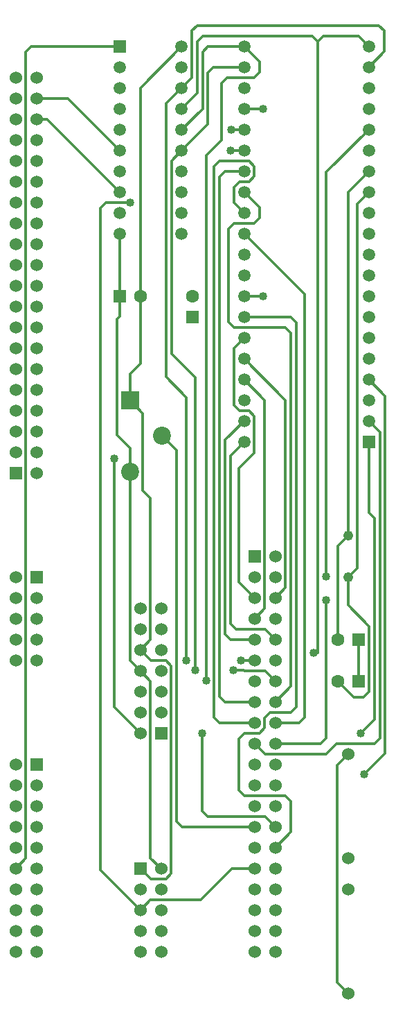
<source format=gbr>
G04 DipTrace 2.3.1.0*
%INVDG_Bottom.gbr*%
%MOIN*%
%ADD13C,0.013*%
%ADD14R,0.0591X0.0591*%
%ADD15C,0.0591*%
%ADD16C,0.06*%
%ADD17R,0.06X0.06*%
%ADD18C,0.048*%
%ADD19C,0.063*%
%ADD20R,0.063X0.063*%
%ADD21C,0.06*%
%ADD22R,0.0866X0.0866*%
%ADD23C,0.0866*%
%ADD24C,0.04*%
%FSLAX44Y44*%
G04*
G70*
G90*
G75*
G01*
%LNBottom*%
%LPD*%
X6437Y48937D2*
D13*
X7937D1*
X10437Y46437D1*
X6437Y47937D2*
X6937D1*
X10437Y44437D1*
X13662Y21941D2*
Y34572D1*
X12679Y35556D1*
Y48687D1*
X13429Y49437D1*
X13919Y49927D1*
Y52187D1*
X14179Y52447D1*
X22927D1*
X23187Y52187D1*
Y51187D1*
X22437Y50437D1*
X16297Y21937D2*
X16937D1*
X22437Y51437D2*
X21947Y51927D1*
X20251D1*
X19991Y51667D1*
X19731Y51927D1*
X14439D1*
X14179Y51667D1*
Y49187D1*
X13429Y48437D1*
X19991Y51667D2*
Y22310D1*
X19781D1*
X19769Y22298D1*
X14604Y20967D2*
Y46187D1*
X15348Y46930D1*
Y49667D1*
X15608Y49927D1*
X16927D1*
X17187Y50187D1*
Y50687D1*
X16437Y51437D1*
X14699D1*
X14439Y51177D1*
Y48447D1*
X13429Y47437D1*
X14085Y21454D2*
Y35533D1*
X12939Y36679D1*
Y45947D1*
X13429Y46437D1*
X15904Y21454D2*
X16412D1*
X16434Y21432D1*
X17442D1*
X17937Y20937D1*
X13429Y46437D2*
X14699Y47707D1*
Y50177D1*
X14959Y50437D1*
X16437D1*
Y45437D2*
X15519D1*
X15259Y45177D1*
Y20197D1*
X15519Y19937D1*
X16937D1*
X16437Y44437D2*
X17187Y43687D1*
Y43187D1*
X16927Y42927D1*
X15947D1*
X15687Y42667D1*
Y38187D1*
X15947Y37927D1*
X18432D1*
X18692Y37667D1*
Y20692D1*
X17937Y19937D1*
X16437Y43437D2*
X15947Y43927D1*
Y44667D1*
X16207Y44927D1*
X16667D1*
X16927Y45187D1*
Y45667D1*
X16667Y45927D1*
X15259D1*
X14999Y45667D1*
Y19197D1*
X15259Y18937D1*
X16937D1*
X16437Y42437D2*
X19352Y39522D1*
Y19197D1*
X19092Y18937D1*
X17937D1*
X10437Y51437D2*
X6192D1*
X5932Y51177D1*
Y12432D1*
X5437Y11937D1*
X10437Y42437D2*
Y39437D1*
X11437Y21437D2*
X11932Y20942D1*
Y12442D1*
X12437Y11937D1*
X10937Y30996D2*
Y21937D1*
X11437Y21437D1*
X10437Y39437D2*
Y38471D1*
X10309Y38344D1*
Y32775D1*
X10937Y32147D1*
Y30996D1*
X11437Y11937D2*
X11942Y11432D1*
X12672D1*
X12932Y11692D1*
Y21672D1*
X12672Y21932D1*
X11942D1*
X11437Y22437D1*
X21437Y17437D2*
X20911Y16911D1*
Y6463D1*
X21437Y5937D1*
X11437Y39437D2*
Y49445D1*
X13429Y51437D1*
X10937Y34437D2*
Y35705D1*
X11437Y36205D1*
Y39437D1*
Y22437D2*
X11932Y22932D1*
Y29741D1*
X11565Y30108D1*
Y33809D1*
X10937Y34437D1*
X17325Y48437D2*
X16437D1*
X15807Y47437D2*
X16437D1*
X20386Y25969D2*
Y45386D1*
X22437Y47437D1*
X16937Y24937D2*
X16191Y25683D1*
Y31162D1*
X16927Y31898D1*
Y33667D1*
X16667Y33927D1*
X16207D1*
X15947Y34187D1*
Y36947D1*
X16437Y37437D1*
Y36437D2*
X18432Y34442D1*
Y25432D1*
X17937Y24937D1*
X16437Y35437D2*
X17432Y34442D1*
Y24432D1*
X16937Y23937D1*
X11437Y18437D2*
X10187Y19687D1*
Y31620D1*
X16937Y22937D2*
X15779D1*
X15519Y23197D1*
Y32519D1*
X16437Y33437D1*
X17937Y22937D2*
X17442Y23432D1*
X16039D1*
X15779Y23692D1*
Y31779D1*
X16437Y32437D1*
X22437Y33437D2*
X22967Y32907D1*
Y18192D1*
X22707Y17932D1*
X20896D1*
X20396Y17432D1*
X17442D1*
X16937Y17937D1*
X22205Y16452D2*
X23226Y17473D1*
Y34648D1*
X22437Y35437D1*
X20386Y24832D2*
Y18197D1*
X20126Y17937D1*
X17937D1*
Y13937D2*
X17442Y14432D1*
X14669D1*
X14409Y14692D1*
Y18433D1*
X22042D2*
X22707Y19097D1*
Y28774D1*
X22437Y29044D1*
Y32437D1*
X17937Y12937D2*
X18692Y13692D1*
Y15172D1*
X18432Y15432D1*
X16442D1*
X16182Y15692D1*
Y18172D1*
X16442Y18432D1*
X17172D1*
X17432Y18692D1*
Y19172D1*
X17692Y19432D1*
X18692D1*
X18952Y19692D1*
Y38177D1*
X18692Y38437D1*
X16437D1*
X17333Y39448D2*
D3*
X17322Y39437D2*
X16437D1*
X10934Y43930D2*
X9770D1*
X9510Y43670D1*
Y11864D1*
X11437Y9937D1*
X11932Y10432D1*
X14343D1*
X15848Y11937D1*
X16937D1*
X15780Y46437D2*
X16437D1*
X21937Y22937D2*
Y20937D1*
X20937Y22937D2*
Y27437D1*
X21437Y27937D1*
Y44437D1*
X22437Y45437D1*
X20937Y20937D2*
X21707Y20167D1*
X22187D1*
X22447Y20427D1*
Y23579D1*
X21437Y24589D1*
Y25937D1*
X21872Y26372D1*
Y43872D1*
X22437Y44437D1*
X12496Y32717D2*
X13192Y32021D1*
Y14197D1*
X13452Y13937D1*
X16937D1*
D24*
X13662Y21941D3*
X16293D3*
X19769Y22298D3*
X14604Y20967D3*
X14085Y21454D3*
X15904D3*
X17333Y48445D3*
X15806Y47438D3*
X20386Y25969D3*
X10187Y31620D3*
X22205Y16452D3*
X20386Y24832D3*
X22042Y18433D3*
X14409D3*
X17333Y39448D3*
X10934Y43930D3*
X15774Y46431D3*
D14*
X22437Y32437D3*
D15*
Y33437D3*
Y34437D3*
Y35437D3*
Y36437D3*
Y37437D3*
Y38437D3*
Y39437D3*
Y40437D3*
Y41437D3*
Y42437D3*
Y43437D3*
Y44437D3*
Y45437D3*
Y46437D3*
Y47437D3*
Y48437D3*
Y49437D3*
Y50437D3*
Y51437D3*
X16437D3*
Y50437D3*
Y49437D3*
Y48437D3*
Y47437D3*
Y46437D3*
Y45437D3*
Y44437D3*
Y43437D3*
Y42437D3*
Y41437D3*
Y40437D3*
Y39437D3*
Y38437D3*
Y37437D3*
Y36437D3*
Y35437D3*
Y34437D3*
Y33437D3*
Y32437D3*
D14*
X10437Y51437D3*
D15*
Y50437D3*
Y49437D3*
Y48437D3*
Y47437D3*
Y46437D3*
Y45437D3*
Y44437D3*
Y43437D3*
Y42437D3*
X13429Y51437D3*
Y50437D3*
Y49437D3*
Y48437D3*
Y47437D3*
Y46437D3*
Y45437D3*
Y44437D3*
Y43437D3*
Y42437D3*
D16*
X16937Y7937D3*
Y8937D3*
Y9937D3*
Y10937D3*
Y11937D3*
Y12937D3*
Y13937D3*
Y14937D3*
Y15937D3*
Y16937D3*
Y17937D3*
Y18937D3*
Y19937D3*
Y20937D3*
Y21937D3*
Y22937D3*
Y23937D3*
Y24937D3*
Y25937D3*
D17*
Y26937D3*
D16*
X17937D3*
Y25937D3*
Y24937D3*
Y23937D3*
Y22937D3*
Y21937D3*
Y20937D3*
Y19937D3*
Y18937D3*
Y17937D3*
Y16937D3*
Y15937D3*
Y14937D3*
Y13937D3*
Y12937D3*
Y11937D3*
Y10937D3*
Y9937D3*
Y8937D3*
Y7937D3*
X5437Y49937D3*
Y48937D3*
Y47937D3*
Y46937D3*
Y45937D3*
Y44937D3*
Y43937D3*
Y42937D3*
Y41937D3*
Y40937D3*
Y39937D3*
Y38937D3*
Y37937D3*
Y36937D3*
Y35937D3*
Y34937D3*
Y33937D3*
Y32937D3*
Y31937D3*
D17*
Y30937D3*
D16*
X6437D3*
Y31937D3*
Y32937D3*
Y33937D3*
Y34937D3*
Y35937D3*
Y36937D3*
Y37937D3*
Y38937D3*
Y39937D3*
Y40937D3*
Y41937D3*
Y42937D3*
Y43937D3*
Y44937D3*
Y45937D3*
Y46937D3*
Y47937D3*
Y48937D3*
Y49937D3*
X5437Y21937D3*
X6437D3*
Y22937D3*
X5437D3*
X6437Y23937D3*
X5437D3*
X6437Y24937D3*
X5437D3*
Y25937D3*
D17*
X6437D3*
Y16937D3*
D16*
Y15937D3*
Y14937D3*
Y13937D3*
Y12937D3*
Y11937D3*
Y10937D3*
Y9937D3*
Y8937D3*
Y7937D3*
X5437D3*
Y8937D3*
Y9937D3*
Y10937D3*
Y11937D3*
Y12937D3*
Y13937D3*
Y14937D3*
Y15937D3*
Y16937D3*
D18*
X21437Y27937D3*
Y25937D3*
D19*
X20937Y20937D3*
D20*
X21937D3*
D19*
X20937Y22937D3*
D20*
X21937D3*
D19*
X11437Y39437D3*
D20*
X10437D3*
D19*
X13937D3*
D20*
Y38437D3*
D17*
X12437Y18437D3*
D16*
Y19437D3*
Y20437D3*
Y21437D3*
Y22437D3*
Y23437D3*
Y24437D3*
X11437D3*
Y23437D3*
Y22437D3*
Y21437D3*
Y20437D3*
Y19437D3*
Y18437D3*
X12437Y7937D3*
X11437D3*
Y8937D3*
X12437D3*
X11437Y9937D3*
X12437D3*
X11437Y10937D3*
X12437D3*
Y11937D3*
D17*
X11437D3*
D16*
X21437Y12437D3*
D21*
Y17437D3*
D16*
Y5937D3*
D21*
Y10937D3*
D22*
X10937Y34437D3*
D23*
X12496Y32717D3*
X10937Y30996D3*
M02*

</source>
